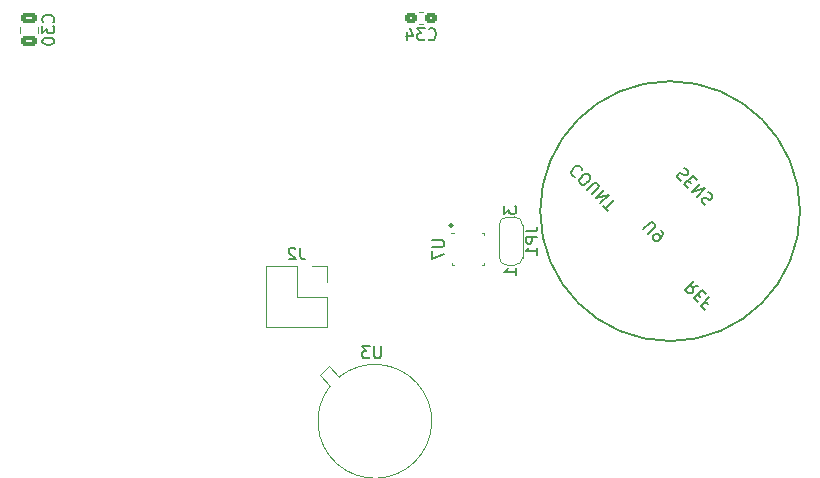
<source format=gbr>
%TF.GenerationSoftware,KiCad,Pcbnew,(6.0.9)*%
%TF.CreationDate,2023-03-08T12:20:49+02:00*%
%TF.ProjectId,GMWPY,474d5750-592e-46b6-9963-61645f706362,rev?*%
%TF.SameCoordinates,Original*%
%TF.FileFunction,Legend,Bot*%
%TF.FilePolarity,Positive*%
%FSLAX46Y46*%
G04 Gerber Fmt 4.6, Leading zero omitted, Abs format (unit mm)*
G04 Created by KiCad (PCBNEW (6.0.9)) date 2023-03-08 12:20:49*
%MOMM*%
%LPD*%
G01*
G04 APERTURE LIST*
G04 Aperture macros list*
%AMRoundRect*
0 Rectangle with rounded corners*
0 $1 Rounding radius*
0 $2 $3 $4 $5 $6 $7 $8 $9 X,Y pos of 4 corners*
0 Add a 4 corners polygon primitive as box body*
4,1,4,$2,$3,$4,$5,$6,$7,$8,$9,$2,$3,0*
0 Add four circle primitives for the rounded corners*
1,1,$1+$1,$2,$3*
1,1,$1+$1,$4,$5*
1,1,$1+$1,$6,$7*
1,1,$1+$1,$8,$9*
0 Add four rect primitives between the rounded corners*
20,1,$1+$1,$2,$3,$4,$5,0*
20,1,$1+$1,$4,$5,$6,$7,0*
20,1,$1+$1,$6,$7,$8,$9,0*
20,1,$1+$1,$8,$9,$2,$3,0*%
%AMFreePoly0*
4,1,22,0.500000,-0.700000,0.012584,-0.700000,0.000916,-0.695041,-0.071867,-0.693707,-0.193510,-0.655704,-0.299600,-0.585084,-0.381604,-0.487528,-0.432932,-0.370876,-0.449586,-0.243517,-0.450000,-0.242798,-0.450000,0.247982,-0.449164,0.250000,-0.449502,0.255197,-0.429848,0.381420,-0.375688,0.496779,-0.291323,0.592304,-0.183541,0.660310,-0.061003,0.695331,-0.000306,0.694960,0.012075,0.700000,
0.500000,0.700000,0.500000,-0.700000,0.500000,-0.700000,$1*%
%AMFreePoly1*
4,1,20,-0.000305,0.694960,0.066438,0.694553,0.188542,0.658036,0.295483,0.588720,0.378674,0.492172,0.431423,0.376157,0.450000,0.246438,0.450000,-0.249718,0.449902,-0.257736,0.428212,-0.386659,0.372645,-0.501350,0.287118,-0.595839,0.178514,-0.662521,0.055560,-0.696043,0.000916,-0.695041,-0.011705,-0.700000,-0.500000,-0.700000,-0.500000,0.700000,-0.012368,0.700000,-0.000305,0.694960,
-0.000305,0.694960,$1*%
G04 Aperture macros list end*
%ADD10C,0.150000*%
%ADD11C,0.120000*%
%ADD12C,0.100000*%
%ADD13R,1.600000X1.600000*%
%ADD14O,1.600000X1.600000*%
%ADD15C,3.500000*%
%ADD16C,5.500000*%
%ADD17C,1.300000*%
%ADD18C,3.350000*%
%ADD19RoundRect,0.187500X-0.300000X-0.237500X0.300000X-0.237500X0.300000X0.237500X-0.300000X0.237500X0*%
%ADD20RoundRect,0.200000X0.475000X-0.250000X0.475000X0.250000X-0.475000X0.250000X-0.475000X-0.250000X0*%
%ADD21R,0.400000X0.250000*%
%ADD22FreePoly0,90.000000*%
%ADD23R,1.400000X0.900000*%
%ADD24FreePoly1,90.000000*%
%ADD25C,3.900000*%
%ADD26O,1.100000X1.900000*%
%ADD27O,1.100000X1.100000*%
G04 APERTURE END LIST*
D10*
X104250000Y-76221428D02*
X104107142Y-76364285D01*
X104250000Y-76507142D01*
X104392857Y-76364285D01*
X104250000Y-76221428D01*
X104250000Y-76507142D01*
%TO.C,C34*%
X102342857Y-60587142D02*
X102390476Y-60634761D01*
X102533333Y-60682380D01*
X102628571Y-60682380D01*
X102771428Y-60634761D01*
X102866666Y-60539523D01*
X102914285Y-60444285D01*
X102961904Y-60253809D01*
X102961904Y-60110952D01*
X102914285Y-59920476D01*
X102866666Y-59825238D01*
X102771428Y-59730000D01*
X102628571Y-59682380D01*
X102533333Y-59682380D01*
X102390476Y-59730000D01*
X102342857Y-59777619D01*
X102009523Y-59682380D02*
X101390476Y-59682380D01*
X101723809Y-60063333D01*
X101580952Y-60063333D01*
X101485714Y-60110952D01*
X101438095Y-60158571D01*
X101390476Y-60253809D01*
X101390476Y-60491904D01*
X101438095Y-60587142D01*
X101485714Y-60634761D01*
X101580952Y-60682380D01*
X101866666Y-60682380D01*
X101961904Y-60634761D01*
X102009523Y-60587142D01*
X100533333Y-60015714D02*
X100533333Y-60682380D01*
X100771428Y-59634761D02*
X101009523Y-60349047D01*
X100390476Y-60349047D01*
%TO.C,C30*%
X70537142Y-59157142D02*
X70584761Y-59109523D01*
X70632380Y-58966666D01*
X70632380Y-58871428D01*
X70584761Y-58728571D01*
X70489523Y-58633333D01*
X70394285Y-58585714D01*
X70203809Y-58538095D01*
X70060952Y-58538095D01*
X69870476Y-58585714D01*
X69775238Y-58633333D01*
X69680000Y-58728571D01*
X69632380Y-58871428D01*
X69632380Y-58966666D01*
X69680000Y-59109523D01*
X69727619Y-59157142D01*
X69632380Y-59490476D02*
X69632380Y-60109523D01*
X70013333Y-59776190D01*
X70013333Y-59919047D01*
X70060952Y-60014285D01*
X70108571Y-60061904D01*
X70203809Y-60109523D01*
X70441904Y-60109523D01*
X70537142Y-60061904D01*
X70584761Y-60014285D01*
X70632380Y-59919047D01*
X70632380Y-59633333D01*
X70584761Y-59538095D01*
X70537142Y-59490476D01*
X69632380Y-60728571D02*
X69632380Y-60823809D01*
X69680000Y-60919047D01*
X69727619Y-60966666D01*
X69822857Y-61014285D01*
X70013333Y-61061904D01*
X70251428Y-61061904D01*
X70441904Y-61014285D01*
X70537142Y-60966666D01*
X70584761Y-60919047D01*
X70632380Y-60823809D01*
X70632380Y-60728571D01*
X70584761Y-60633333D01*
X70537142Y-60585714D01*
X70441904Y-60538095D01*
X70251428Y-60490476D01*
X70013333Y-60490476D01*
X69822857Y-60538095D01*
X69727619Y-60585714D01*
X69680000Y-60633333D01*
X69632380Y-60728571D01*
%TO.C,U7*%
X102662380Y-77628095D02*
X103471904Y-77628095D01*
X103567142Y-77675714D01*
X103614761Y-77723333D01*
X103662380Y-77818571D01*
X103662380Y-78009047D01*
X103614761Y-78104285D01*
X103567142Y-78151904D01*
X103471904Y-78199523D01*
X102662380Y-78199523D01*
X102662380Y-78580476D02*
X102662380Y-79247142D01*
X103662380Y-78818571D01*
%TO.C,JP1*%
X110552380Y-76866666D02*
X111266666Y-76866666D01*
X111409523Y-76819047D01*
X111504761Y-76723809D01*
X111552380Y-76580952D01*
X111552380Y-76485714D01*
X111552380Y-77342857D02*
X110552380Y-77342857D01*
X110552380Y-77723809D01*
X110600000Y-77819047D01*
X110647619Y-77866666D01*
X110742857Y-77914285D01*
X110885714Y-77914285D01*
X110980952Y-77866666D01*
X111028571Y-77819047D01*
X111076190Y-77723809D01*
X111076190Y-77342857D01*
X111552380Y-78866666D02*
X111552380Y-78295238D01*
X111552380Y-78580952D02*
X110552380Y-78580952D01*
X110695238Y-78485714D01*
X110790476Y-78390476D01*
X110838095Y-78295238D01*
X108752380Y-74766666D02*
X108752380Y-75385714D01*
X109133333Y-75052380D01*
X109133333Y-75195238D01*
X109180952Y-75290476D01*
X109228571Y-75338095D01*
X109323809Y-75385714D01*
X109561904Y-75385714D01*
X109657142Y-75338095D01*
X109704761Y-75290476D01*
X109752380Y-75195238D01*
X109752380Y-74909523D01*
X109704761Y-74814285D01*
X109657142Y-74766666D01*
X109752380Y-80585714D02*
X109752380Y-80014285D01*
X109752380Y-80300000D02*
X108752380Y-80300000D01*
X108895238Y-80204761D01*
X108990476Y-80109523D01*
X109038095Y-80014285D01*
%TO.C,U9*%
X120515523Y-76710533D02*
X121087943Y-76138113D01*
X121188958Y-76104441D01*
X121256302Y-76104441D01*
X121357317Y-76138113D01*
X121492004Y-76272800D01*
X121525676Y-76373815D01*
X121525676Y-76441159D01*
X121492004Y-76542174D01*
X120919584Y-77114594D01*
X121997080Y-76777876D02*
X122131767Y-76912563D01*
X122165439Y-77013578D01*
X122165439Y-77080922D01*
X122131767Y-77249281D01*
X122030752Y-77417639D01*
X121761378Y-77687013D01*
X121660363Y-77720685D01*
X121593019Y-77720685D01*
X121492004Y-77687013D01*
X121357317Y-77552326D01*
X121323645Y-77451311D01*
X121323645Y-77383968D01*
X121357317Y-77282952D01*
X121525676Y-77114594D01*
X121626691Y-77080922D01*
X121694035Y-77080922D01*
X121795050Y-77114594D01*
X121929737Y-77249281D01*
X121963409Y-77350296D01*
X121963409Y-77417639D01*
X121929737Y-77518655D01*
X123963510Y-71528451D02*
X124098197Y-71595794D01*
X124266556Y-71764153D01*
X124300228Y-71865168D01*
X124300228Y-71932512D01*
X124266556Y-72033527D01*
X124199213Y-72100870D01*
X124098197Y-72134542D01*
X124030854Y-72134542D01*
X123929839Y-72100870D01*
X123761480Y-71999855D01*
X123660465Y-71966183D01*
X123593121Y-71966183D01*
X123492106Y-71999855D01*
X123424762Y-72067199D01*
X123391091Y-72168214D01*
X123391091Y-72235557D01*
X123424762Y-72336573D01*
X123593121Y-72504931D01*
X123727808Y-72572275D01*
X124333900Y-72572275D02*
X124569602Y-72807977D01*
X125041007Y-72538603D02*
X124704289Y-72201886D01*
X123997182Y-72908992D01*
X124333900Y-73245710D01*
X125344052Y-72841649D02*
X124636945Y-73548756D01*
X125748113Y-73245710D01*
X125041007Y-73952817D01*
X126017487Y-73582428D02*
X126152174Y-73649771D01*
X126320533Y-73818130D01*
X126354205Y-73919145D01*
X126354205Y-73986489D01*
X126320533Y-74087504D01*
X126253190Y-74154847D01*
X126152174Y-74188519D01*
X126084831Y-74188519D01*
X125983816Y-74154847D01*
X125815457Y-74053832D01*
X125714442Y-74020160D01*
X125647098Y-74020160D01*
X125546083Y-74053832D01*
X125478739Y-74121176D01*
X125445068Y-74222191D01*
X125445068Y-74289534D01*
X125478739Y-74390550D01*
X125647098Y-74558908D01*
X125781785Y-74626252D01*
X115335124Y-71664821D02*
X115335124Y-71597477D01*
X115267781Y-71462790D01*
X115200437Y-71395447D01*
X115065750Y-71328103D01*
X114931063Y-71328103D01*
X114830048Y-71361775D01*
X114661689Y-71462790D01*
X114560674Y-71563806D01*
X114459659Y-71732164D01*
X114425987Y-71833180D01*
X114425987Y-71967867D01*
X114493330Y-72102554D01*
X114560674Y-72169897D01*
X114695361Y-72237241D01*
X114762704Y-72237241D01*
X115133094Y-72742317D02*
X115267781Y-72877004D01*
X115368796Y-72910676D01*
X115503483Y-72910676D01*
X115671842Y-72809660D01*
X115907544Y-72573958D01*
X116008559Y-72405599D01*
X116008559Y-72270912D01*
X115974887Y-72169897D01*
X115840200Y-72035210D01*
X115739185Y-72001538D01*
X115604498Y-72001538D01*
X115436139Y-72102554D01*
X115200437Y-72338256D01*
X115099422Y-72506615D01*
X115099422Y-72641302D01*
X115133094Y-72742317D01*
X115739185Y-73348409D02*
X116311605Y-72775989D01*
X116412620Y-72742317D01*
X116479964Y-72742317D01*
X116580979Y-72775989D01*
X116715666Y-72910676D01*
X116749338Y-73011691D01*
X116749338Y-73079035D01*
X116715666Y-73180050D01*
X116143246Y-73752470D01*
X117187071Y-73382080D02*
X116479964Y-74089187D01*
X117591132Y-73786141D01*
X116884025Y-74493248D01*
X117119727Y-74728950D02*
X117523788Y-75133011D01*
X118028864Y-74223874D02*
X117321758Y-74930981D01*
X125175694Y-81512125D02*
X124603274Y-81613140D01*
X124771633Y-81108064D02*
X124064526Y-81815171D01*
X124333900Y-82084545D01*
X124434916Y-82118216D01*
X124502259Y-82118216D01*
X124603274Y-82084545D01*
X124704290Y-81983529D01*
X124737961Y-81882514D01*
X124737961Y-81815171D01*
X124704290Y-81714155D01*
X124434916Y-81444781D01*
X125108351Y-82185560D02*
X125344053Y-82421262D01*
X125815457Y-82151888D02*
X125478740Y-81815171D01*
X124771633Y-82522277D01*
X125108351Y-82858995D01*
X125983816Y-83061025D02*
X125748114Y-82825323D01*
X126118503Y-82454934D02*
X125411396Y-83162041D01*
X125748114Y-83498758D01*
%TO.C,J2*%
X91488333Y-78247380D02*
X91488333Y-78961666D01*
X91535952Y-79104523D01*
X91631190Y-79199761D01*
X91774047Y-79247380D01*
X91869285Y-79247380D01*
X91059761Y-78342619D02*
X91012142Y-78295000D01*
X90916904Y-78247380D01*
X90678809Y-78247380D01*
X90583571Y-78295000D01*
X90535952Y-78342619D01*
X90488333Y-78437857D01*
X90488333Y-78533095D01*
X90535952Y-78675952D01*
X91107380Y-79247380D01*
X90488333Y-79247380D01*
%TO.C,U3*%
X98296904Y-86612380D02*
X98296904Y-87421904D01*
X98249285Y-87517142D01*
X98201666Y-87564761D01*
X98106428Y-87612380D01*
X97915952Y-87612380D01*
X97820714Y-87564761D01*
X97773095Y-87517142D01*
X97725476Y-87421904D01*
X97725476Y-86612380D01*
X97344523Y-86612380D02*
X96725476Y-86612380D01*
X97058809Y-86993333D01*
X96915952Y-86993333D01*
X96820714Y-87040952D01*
X96773095Y-87088571D01*
X96725476Y-87183809D01*
X96725476Y-87421904D01*
X96773095Y-87517142D01*
X96820714Y-87564761D01*
X96915952Y-87612380D01*
X97201666Y-87612380D01*
X97296904Y-87564761D01*
X97344523Y-87517142D01*
D11*
%TO.C,C34*%
X101553733Y-58290000D02*
X101846267Y-58290000D01*
X101553733Y-59310000D02*
X101846267Y-59310000D01*
%TO.C,C30*%
X69235000Y-60061252D02*
X69235000Y-59538748D01*
X67765000Y-60061252D02*
X67765000Y-59538748D01*
D12*
%TO.C,U7*%
X104475000Y-77025000D02*
X104225000Y-77025000D01*
X107035000Y-77025000D02*
X107035000Y-77175000D01*
X107025000Y-79725000D02*
X107025000Y-79575000D01*
X107025000Y-79725000D02*
X106875000Y-79725000D01*
X107025000Y-77025000D02*
X106875000Y-77025000D01*
X104325000Y-79725000D02*
X104475000Y-79725000D01*
X104325000Y-79575000D02*
X104325000Y-79725000D01*
D11*
%TO.C,JP1*%
X109600000Y-75650000D02*
X109000000Y-75650000D01*
X109000000Y-79750000D02*
X109600000Y-79750000D01*
X110300000Y-79100000D02*
X110300000Y-76300000D01*
X108300000Y-76300000D02*
X108300000Y-79100000D01*
X109000000Y-75650000D02*
G75*
G03*
X108300000Y-76350000I0J-700000D01*
G01*
X108300000Y-79050000D02*
G75*
G03*
X109000000Y-79750000I699999J-1D01*
G01*
X110300000Y-76350000D02*
G75*
G03*
X109600000Y-75650000I-700000J0D01*
G01*
X109600000Y-79750000D02*
G75*
G03*
X110300000Y-79050000I1J699999D01*
G01*
D10*
%TO.C,U9*%
X133785001Y-75165000D02*
G75*
G03*
X133785001Y-75165000I-11000001J0D01*
G01*
D11*
%TO.C,J2*%
X88555000Y-79795000D02*
X88555000Y-84995000D01*
X91155000Y-82395000D02*
X91155000Y-79795000D01*
X93755000Y-82395000D02*
X91155000Y-82395000D01*
X93755000Y-79795000D02*
X92425000Y-79795000D01*
X93755000Y-82395000D02*
X93755000Y-84995000D01*
X93755000Y-81125000D02*
X93755000Y-79795000D01*
X93755000Y-84995000D02*
X88555000Y-84995000D01*
X91155000Y-79795000D02*
X88555000Y-79795000D01*
%TO.C,U3*%
X93896961Y-88294144D02*
X94787916Y-89185098D01*
X94010098Y-89962916D02*
X93119144Y-89071961D01*
X93119144Y-89071961D02*
X93896961Y-88294144D01*
X94010098Y-89962916D02*
G75*
G03*
X94787629Y-89185326I3774902J-2997084D01*
G01*
%TD*%
%LPC*%
D13*
%TO.C,J3*%
X91400000Y-73550000D03*
D14*
X93940000Y-73550000D03*
X96480000Y-73550000D03*
X99020000Y-73550000D03*
X101560000Y-73550000D03*
X104100000Y-73550000D03*
%TD*%
D15*
%TO.C,H3*%
X131000000Y-101000000D03*
D16*
X131000000Y-101000000D03*
%TD*%
D17*
%TO.C,J1*%
X60300000Y-71300000D03*
X60300000Y-73800000D03*
X60300000Y-75800000D03*
X60300000Y-78300000D03*
D18*
X57900000Y-68230000D03*
X57900000Y-81370000D03*
%TD*%
D15*
%TO.C,H2*%
X131000000Y-54000000D03*
D16*
X131000000Y-54000000D03*
%TD*%
D15*
%TO.C,H4*%
X54000000Y-101000000D03*
D16*
X54000000Y-101000000D03*
%TD*%
D15*
%TO.C,H1*%
X54000000Y-54000000D03*
D16*
X54000000Y-54000000D03*
%TD*%
D19*
%TO.C,C34*%
X100837500Y-58800000D03*
X102562500Y-58800000D03*
%TD*%
D20*
%TO.C,C30*%
X68500000Y-60750000D03*
X68500000Y-58850000D03*
%TD*%
D21*
%TO.C,U7*%
X104650000Y-77400000D03*
X104650000Y-78050000D03*
X104650000Y-78700000D03*
X104650000Y-79350000D03*
X106700000Y-79350000D03*
X106700000Y-78700000D03*
X106700000Y-78050000D03*
X106700000Y-77400000D03*
%TD*%
D22*
%TO.C,JP1*%
X109300000Y-79000000D03*
D23*
X109300000Y-77700000D03*
D24*
X109300000Y-76400000D03*
%TD*%
D25*
%TO.C,U9*%
X127557971Y-79937971D03*
X127557971Y-70392029D03*
X118012029Y-70392029D03*
%TD*%
D13*
%TO.C,J2*%
X92425000Y-81125000D03*
D14*
X89885000Y-81125000D03*
X92425000Y-83665000D03*
X89885000Y-83665000D03*
%TD*%
D26*
%TO.C,U3*%
X97785000Y-90420000D03*
D27*
X100325000Y-92960000D03*
X97785000Y-95500000D03*
X95245000Y-92960000D03*
%TD*%
M02*

</source>
